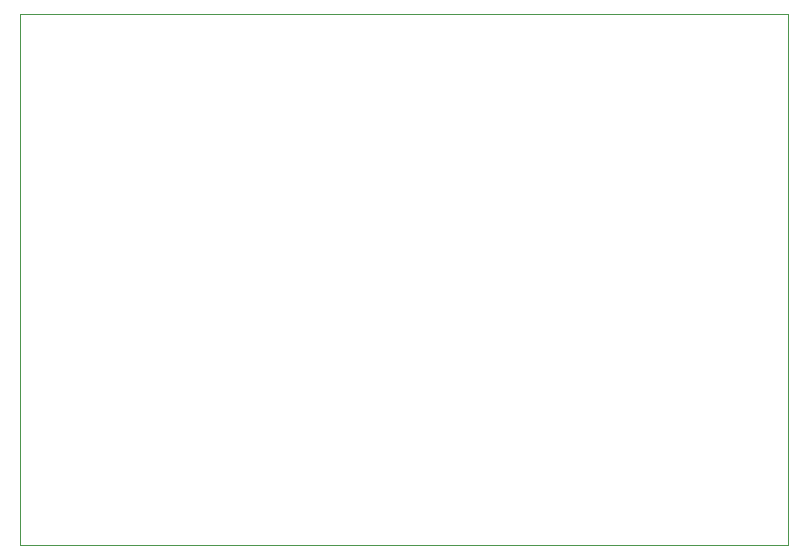
<source format=gbr>
G04 #@! TF.GenerationSoftware,KiCad,Pcbnew,(5.0.0)*
G04 #@! TF.CreationDate,2018-10-16T17:34:38+02:00*
G04 #@! TF.ProjectId,B-timer,422D74696D65722E6B696361645F7063,rev?*
G04 #@! TF.SameCoordinates,Original*
G04 #@! TF.FileFunction,Profile,NP*
%FSLAX46Y46*%
G04 Gerber Fmt 4.6, Leading zero omitted, Abs format (unit mm)*
G04 Created by KiCad (PCBNEW (5.0.0)) date 10/16/18 17:34:38*
%MOMM*%
%LPD*%
G01*
G04 APERTURE LIST*
%ADD10C,0.100000*%
G04 APERTURE END LIST*
D10*
X100000000Y-100000000D02*
X100000000Y-55000000D01*
X165000000Y-100000000D02*
X100000000Y-100000000D01*
X165000000Y-55000000D02*
X165000000Y-100000000D01*
X100000000Y-55000000D02*
X165000000Y-55000000D01*
M02*

</source>
